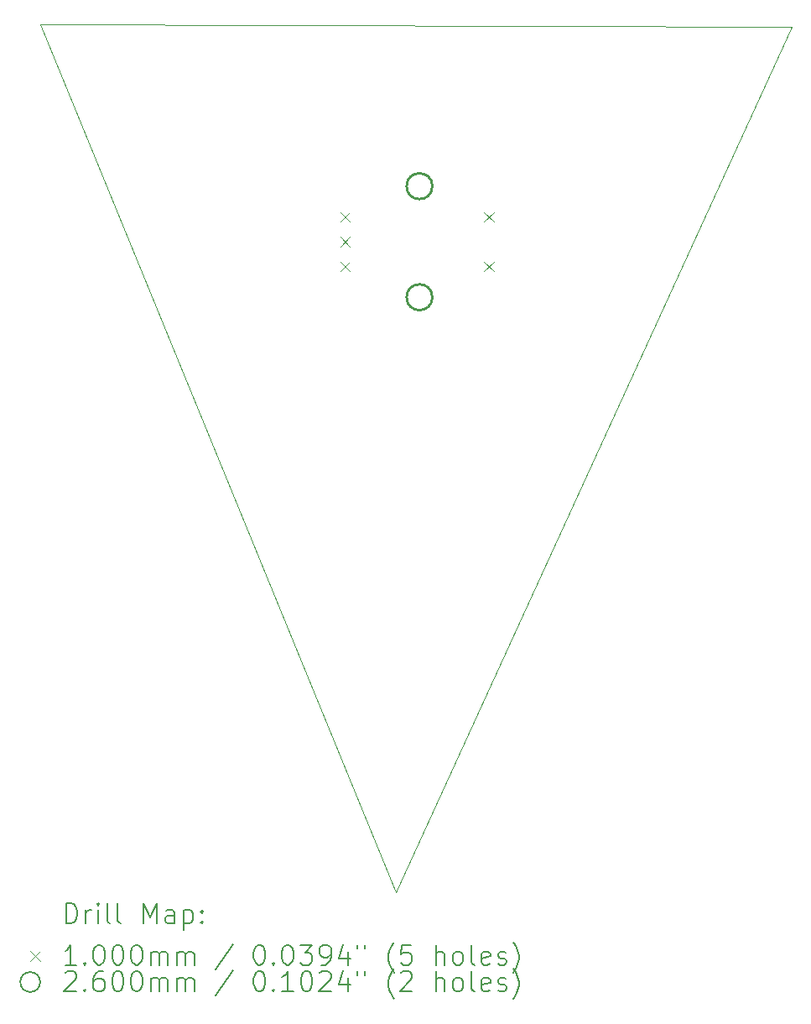
<source format=gbr>
%TF.GenerationSoftware,KiCad,Pcbnew,8.0.8*%
%TF.CreationDate,2025-01-22T11:30:51-06:00*%
%TF.ProjectId,B-Sides 2025,422d5369-6465-4732-9032-3032352e6b69,rev?*%
%TF.SameCoordinates,Original*%
%TF.FileFunction,Drillmap*%
%TF.FilePolarity,Positive*%
%FSLAX45Y45*%
G04 Gerber Fmt 4.5, Leading zero omitted, Abs format (unit mm)*
G04 Created by KiCad (PCBNEW 8.0.8) date 2025-01-22 11:30:51*
%MOMM*%
%LPD*%
G01*
G04 APERTURE LIST*
%ADD10C,0.050000*%
%ADD11C,0.200000*%
%ADD12C,0.100000*%
%ADD13C,0.260000*%
G04 APERTURE END LIST*
D10*
X19857000Y-5719000D02*
X15861000Y-14446000D01*
X12276000Y-5696000D01*
X19857000Y-5719000D01*
D11*
D12*
X15303000Y-7585000D02*
X15403000Y-7685000D01*
X15403000Y-7585000D02*
X15303000Y-7685000D01*
X15303000Y-7835000D02*
X15403000Y-7935000D01*
X15403000Y-7835000D02*
X15303000Y-7935000D01*
X15303000Y-8085000D02*
X15403000Y-8185000D01*
X15403000Y-8085000D02*
X15303000Y-8185000D01*
X16753000Y-7585000D02*
X16853000Y-7685000D01*
X16853000Y-7585000D02*
X16753000Y-7685000D01*
X16753000Y-8085000D02*
X16853000Y-8185000D01*
X16853000Y-8085000D02*
X16753000Y-8185000D01*
D13*
X16233000Y-7325000D02*
G75*
G02*
X15973000Y-7325000I-130000J0D01*
G01*
X15973000Y-7325000D02*
G75*
G02*
X16233000Y-7325000I130000J0D01*
G01*
X16233000Y-8445000D02*
G75*
G02*
X15973000Y-8445000I-130000J0D01*
G01*
X15973000Y-8445000D02*
G75*
G02*
X16233000Y-8445000I130000J0D01*
G01*
D11*
X12534277Y-14759984D02*
X12534277Y-14559984D01*
X12534277Y-14559984D02*
X12581896Y-14559984D01*
X12581896Y-14559984D02*
X12610467Y-14569508D01*
X12610467Y-14569508D02*
X12629515Y-14588555D01*
X12629515Y-14588555D02*
X12639039Y-14607603D01*
X12639039Y-14607603D02*
X12648562Y-14645698D01*
X12648562Y-14645698D02*
X12648562Y-14674269D01*
X12648562Y-14674269D02*
X12639039Y-14712365D01*
X12639039Y-14712365D02*
X12629515Y-14731412D01*
X12629515Y-14731412D02*
X12610467Y-14750460D01*
X12610467Y-14750460D02*
X12581896Y-14759984D01*
X12581896Y-14759984D02*
X12534277Y-14759984D01*
X12734277Y-14759984D02*
X12734277Y-14626650D01*
X12734277Y-14664746D02*
X12743801Y-14645698D01*
X12743801Y-14645698D02*
X12753324Y-14636174D01*
X12753324Y-14636174D02*
X12772372Y-14626650D01*
X12772372Y-14626650D02*
X12791420Y-14626650D01*
X12858086Y-14759984D02*
X12858086Y-14626650D01*
X12858086Y-14559984D02*
X12848562Y-14569508D01*
X12848562Y-14569508D02*
X12858086Y-14579031D01*
X12858086Y-14579031D02*
X12867610Y-14569508D01*
X12867610Y-14569508D02*
X12858086Y-14559984D01*
X12858086Y-14559984D02*
X12858086Y-14579031D01*
X12981896Y-14759984D02*
X12962848Y-14750460D01*
X12962848Y-14750460D02*
X12953324Y-14731412D01*
X12953324Y-14731412D02*
X12953324Y-14559984D01*
X13086658Y-14759984D02*
X13067610Y-14750460D01*
X13067610Y-14750460D02*
X13058086Y-14731412D01*
X13058086Y-14731412D02*
X13058086Y-14559984D01*
X13315229Y-14759984D02*
X13315229Y-14559984D01*
X13315229Y-14559984D02*
X13381896Y-14702841D01*
X13381896Y-14702841D02*
X13448562Y-14559984D01*
X13448562Y-14559984D02*
X13448562Y-14759984D01*
X13629515Y-14759984D02*
X13629515Y-14655222D01*
X13629515Y-14655222D02*
X13619991Y-14636174D01*
X13619991Y-14636174D02*
X13600943Y-14626650D01*
X13600943Y-14626650D02*
X13562848Y-14626650D01*
X13562848Y-14626650D02*
X13543801Y-14636174D01*
X13629515Y-14750460D02*
X13610467Y-14759984D01*
X13610467Y-14759984D02*
X13562848Y-14759984D01*
X13562848Y-14759984D02*
X13543801Y-14750460D01*
X13543801Y-14750460D02*
X13534277Y-14731412D01*
X13534277Y-14731412D02*
X13534277Y-14712365D01*
X13534277Y-14712365D02*
X13543801Y-14693317D01*
X13543801Y-14693317D02*
X13562848Y-14683793D01*
X13562848Y-14683793D02*
X13610467Y-14683793D01*
X13610467Y-14683793D02*
X13629515Y-14674269D01*
X13724753Y-14626650D02*
X13724753Y-14826650D01*
X13724753Y-14636174D02*
X13743801Y-14626650D01*
X13743801Y-14626650D02*
X13781896Y-14626650D01*
X13781896Y-14626650D02*
X13800943Y-14636174D01*
X13800943Y-14636174D02*
X13810467Y-14645698D01*
X13810467Y-14645698D02*
X13819991Y-14664746D01*
X13819991Y-14664746D02*
X13819991Y-14721888D01*
X13819991Y-14721888D02*
X13810467Y-14740936D01*
X13810467Y-14740936D02*
X13800943Y-14750460D01*
X13800943Y-14750460D02*
X13781896Y-14759984D01*
X13781896Y-14759984D02*
X13743801Y-14759984D01*
X13743801Y-14759984D02*
X13724753Y-14750460D01*
X13905705Y-14740936D02*
X13915229Y-14750460D01*
X13915229Y-14750460D02*
X13905705Y-14759984D01*
X13905705Y-14759984D02*
X13896182Y-14750460D01*
X13896182Y-14750460D02*
X13905705Y-14740936D01*
X13905705Y-14740936D02*
X13905705Y-14759984D01*
X13905705Y-14636174D02*
X13915229Y-14645698D01*
X13915229Y-14645698D02*
X13905705Y-14655222D01*
X13905705Y-14655222D02*
X13896182Y-14645698D01*
X13896182Y-14645698D02*
X13905705Y-14636174D01*
X13905705Y-14636174D02*
X13905705Y-14655222D01*
D12*
X12173500Y-15038500D02*
X12273500Y-15138500D01*
X12273500Y-15038500D02*
X12173500Y-15138500D01*
D11*
X12639039Y-15179984D02*
X12524753Y-15179984D01*
X12581896Y-15179984D02*
X12581896Y-14979984D01*
X12581896Y-14979984D02*
X12562848Y-15008555D01*
X12562848Y-15008555D02*
X12543801Y-15027603D01*
X12543801Y-15027603D02*
X12524753Y-15037127D01*
X12724753Y-15160936D02*
X12734277Y-15170460D01*
X12734277Y-15170460D02*
X12724753Y-15179984D01*
X12724753Y-15179984D02*
X12715229Y-15170460D01*
X12715229Y-15170460D02*
X12724753Y-15160936D01*
X12724753Y-15160936D02*
X12724753Y-15179984D01*
X12858086Y-14979984D02*
X12877134Y-14979984D01*
X12877134Y-14979984D02*
X12896182Y-14989508D01*
X12896182Y-14989508D02*
X12905705Y-14999031D01*
X12905705Y-14999031D02*
X12915229Y-15018079D01*
X12915229Y-15018079D02*
X12924753Y-15056174D01*
X12924753Y-15056174D02*
X12924753Y-15103793D01*
X12924753Y-15103793D02*
X12915229Y-15141888D01*
X12915229Y-15141888D02*
X12905705Y-15160936D01*
X12905705Y-15160936D02*
X12896182Y-15170460D01*
X12896182Y-15170460D02*
X12877134Y-15179984D01*
X12877134Y-15179984D02*
X12858086Y-15179984D01*
X12858086Y-15179984D02*
X12839039Y-15170460D01*
X12839039Y-15170460D02*
X12829515Y-15160936D01*
X12829515Y-15160936D02*
X12819991Y-15141888D01*
X12819991Y-15141888D02*
X12810467Y-15103793D01*
X12810467Y-15103793D02*
X12810467Y-15056174D01*
X12810467Y-15056174D02*
X12819991Y-15018079D01*
X12819991Y-15018079D02*
X12829515Y-14999031D01*
X12829515Y-14999031D02*
X12839039Y-14989508D01*
X12839039Y-14989508D02*
X12858086Y-14979984D01*
X13048562Y-14979984D02*
X13067610Y-14979984D01*
X13067610Y-14979984D02*
X13086658Y-14989508D01*
X13086658Y-14989508D02*
X13096182Y-14999031D01*
X13096182Y-14999031D02*
X13105705Y-15018079D01*
X13105705Y-15018079D02*
X13115229Y-15056174D01*
X13115229Y-15056174D02*
X13115229Y-15103793D01*
X13115229Y-15103793D02*
X13105705Y-15141888D01*
X13105705Y-15141888D02*
X13096182Y-15160936D01*
X13096182Y-15160936D02*
X13086658Y-15170460D01*
X13086658Y-15170460D02*
X13067610Y-15179984D01*
X13067610Y-15179984D02*
X13048562Y-15179984D01*
X13048562Y-15179984D02*
X13029515Y-15170460D01*
X13029515Y-15170460D02*
X13019991Y-15160936D01*
X13019991Y-15160936D02*
X13010467Y-15141888D01*
X13010467Y-15141888D02*
X13000943Y-15103793D01*
X13000943Y-15103793D02*
X13000943Y-15056174D01*
X13000943Y-15056174D02*
X13010467Y-15018079D01*
X13010467Y-15018079D02*
X13019991Y-14999031D01*
X13019991Y-14999031D02*
X13029515Y-14989508D01*
X13029515Y-14989508D02*
X13048562Y-14979984D01*
X13239039Y-14979984D02*
X13258086Y-14979984D01*
X13258086Y-14979984D02*
X13277134Y-14989508D01*
X13277134Y-14989508D02*
X13286658Y-14999031D01*
X13286658Y-14999031D02*
X13296182Y-15018079D01*
X13296182Y-15018079D02*
X13305705Y-15056174D01*
X13305705Y-15056174D02*
X13305705Y-15103793D01*
X13305705Y-15103793D02*
X13296182Y-15141888D01*
X13296182Y-15141888D02*
X13286658Y-15160936D01*
X13286658Y-15160936D02*
X13277134Y-15170460D01*
X13277134Y-15170460D02*
X13258086Y-15179984D01*
X13258086Y-15179984D02*
X13239039Y-15179984D01*
X13239039Y-15179984D02*
X13219991Y-15170460D01*
X13219991Y-15170460D02*
X13210467Y-15160936D01*
X13210467Y-15160936D02*
X13200943Y-15141888D01*
X13200943Y-15141888D02*
X13191420Y-15103793D01*
X13191420Y-15103793D02*
X13191420Y-15056174D01*
X13191420Y-15056174D02*
X13200943Y-15018079D01*
X13200943Y-15018079D02*
X13210467Y-14999031D01*
X13210467Y-14999031D02*
X13219991Y-14989508D01*
X13219991Y-14989508D02*
X13239039Y-14979984D01*
X13391420Y-15179984D02*
X13391420Y-15046650D01*
X13391420Y-15065698D02*
X13400943Y-15056174D01*
X13400943Y-15056174D02*
X13419991Y-15046650D01*
X13419991Y-15046650D02*
X13448563Y-15046650D01*
X13448563Y-15046650D02*
X13467610Y-15056174D01*
X13467610Y-15056174D02*
X13477134Y-15075222D01*
X13477134Y-15075222D02*
X13477134Y-15179984D01*
X13477134Y-15075222D02*
X13486658Y-15056174D01*
X13486658Y-15056174D02*
X13505705Y-15046650D01*
X13505705Y-15046650D02*
X13534277Y-15046650D01*
X13534277Y-15046650D02*
X13553324Y-15056174D01*
X13553324Y-15056174D02*
X13562848Y-15075222D01*
X13562848Y-15075222D02*
X13562848Y-15179984D01*
X13658086Y-15179984D02*
X13658086Y-15046650D01*
X13658086Y-15065698D02*
X13667610Y-15056174D01*
X13667610Y-15056174D02*
X13686658Y-15046650D01*
X13686658Y-15046650D02*
X13715229Y-15046650D01*
X13715229Y-15046650D02*
X13734277Y-15056174D01*
X13734277Y-15056174D02*
X13743801Y-15075222D01*
X13743801Y-15075222D02*
X13743801Y-15179984D01*
X13743801Y-15075222D02*
X13753324Y-15056174D01*
X13753324Y-15056174D02*
X13772372Y-15046650D01*
X13772372Y-15046650D02*
X13800943Y-15046650D01*
X13800943Y-15046650D02*
X13819991Y-15056174D01*
X13819991Y-15056174D02*
X13829515Y-15075222D01*
X13829515Y-15075222D02*
X13829515Y-15179984D01*
X14219991Y-14970460D02*
X14048563Y-15227603D01*
X14477134Y-14979984D02*
X14496182Y-14979984D01*
X14496182Y-14979984D02*
X14515229Y-14989508D01*
X14515229Y-14989508D02*
X14524753Y-14999031D01*
X14524753Y-14999031D02*
X14534277Y-15018079D01*
X14534277Y-15018079D02*
X14543801Y-15056174D01*
X14543801Y-15056174D02*
X14543801Y-15103793D01*
X14543801Y-15103793D02*
X14534277Y-15141888D01*
X14534277Y-15141888D02*
X14524753Y-15160936D01*
X14524753Y-15160936D02*
X14515229Y-15170460D01*
X14515229Y-15170460D02*
X14496182Y-15179984D01*
X14496182Y-15179984D02*
X14477134Y-15179984D01*
X14477134Y-15179984D02*
X14458086Y-15170460D01*
X14458086Y-15170460D02*
X14448563Y-15160936D01*
X14448563Y-15160936D02*
X14439039Y-15141888D01*
X14439039Y-15141888D02*
X14429515Y-15103793D01*
X14429515Y-15103793D02*
X14429515Y-15056174D01*
X14429515Y-15056174D02*
X14439039Y-15018079D01*
X14439039Y-15018079D02*
X14448563Y-14999031D01*
X14448563Y-14999031D02*
X14458086Y-14989508D01*
X14458086Y-14989508D02*
X14477134Y-14979984D01*
X14629515Y-15160936D02*
X14639039Y-15170460D01*
X14639039Y-15170460D02*
X14629515Y-15179984D01*
X14629515Y-15179984D02*
X14619991Y-15170460D01*
X14619991Y-15170460D02*
X14629515Y-15160936D01*
X14629515Y-15160936D02*
X14629515Y-15179984D01*
X14762848Y-14979984D02*
X14781896Y-14979984D01*
X14781896Y-14979984D02*
X14800944Y-14989508D01*
X14800944Y-14989508D02*
X14810467Y-14999031D01*
X14810467Y-14999031D02*
X14819991Y-15018079D01*
X14819991Y-15018079D02*
X14829515Y-15056174D01*
X14829515Y-15056174D02*
X14829515Y-15103793D01*
X14829515Y-15103793D02*
X14819991Y-15141888D01*
X14819991Y-15141888D02*
X14810467Y-15160936D01*
X14810467Y-15160936D02*
X14800944Y-15170460D01*
X14800944Y-15170460D02*
X14781896Y-15179984D01*
X14781896Y-15179984D02*
X14762848Y-15179984D01*
X14762848Y-15179984D02*
X14743801Y-15170460D01*
X14743801Y-15170460D02*
X14734277Y-15160936D01*
X14734277Y-15160936D02*
X14724753Y-15141888D01*
X14724753Y-15141888D02*
X14715229Y-15103793D01*
X14715229Y-15103793D02*
X14715229Y-15056174D01*
X14715229Y-15056174D02*
X14724753Y-15018079D01*
X14724753Y-15018079D02*
X14734277Y-14999031D01*
X14734277Y-14999031D02*
X14743801Y-14989508D01*
X14743801Y-14989508D02*
X14762848Y-14979984D01*
X14896182Y-14979984D02*
X15019991Y-14979984D01*
X15019991Y-14979984D02*
X14953325Y-15056174D01*
X14953325Y-15056174D02*
X14981896Y-15056174D01*
X14981896Y-15056174D02*
X15000944Y-15065698D01*
X15000944Y-15065698D02*
X15010467Y-15075222D01*
X15010467Y-15075222D02*
X15019991Y-15094269D01*
X15019991Y-15094269D02*
X15019991Y-15141888D01*
X15019991Y-15141888D02*
X15010467Y-15160936D01*
X15010467Y-15160936D02*
X15000944Y-15170460D01*
X15000944Y-15170460D02*
X14981896Y-15179984D01*
X14981896Y-15179984D02*
X14924753Y-15179984D01*
X14924753Y-15179984D02*
X14905706Y-15170460D01*
X14905706Y-15170460D02*
X14896182Y-15160936D01*
X15115229Y-15179984D02*
X15153325Y-15179984D01*
X15153325Y-15179984D02*
X15172372Y-15170460D01*
X15172372Y-15170460D02*
X15181896Y-15160936D01*
X15181896Y-15160936D02*
X15200944Y-15132365D01*
X15200944Y-15132365D02*
X15210467Y-15094269D01*
X15210467Y-15094269D02*
X15210467Y-15018079D01*
X15210467Y-15018079D02*
X15200944Y-14999031D01*
X15200944Y-14999031D02*
X15191420Y-14989508D01*
X15191420Y-14989508D02*
X15172372Y-14979984D01*
X15172372Y-14979984D02*
X15134277Y-14979984D01*
X15134277Y-14979984D02*
X15115229Y-14989508D01*
X15115229Y-14989508D02*
X15105706Y-14999031D01*
X15105706Y-14999031D02*
X15096182Y-15018079D01*
X15096182Y-15018079D02*
X15096182Y-15065698D01*
X15096182Y-15065698D02*
X15105706Y-15084746D01*
X15105706Y-15084746D02*
X15115229Y-15094269D01*
X15115229Y-15094269D02*
X15134277Y-15103793D01*
X15134277Y-15103793D02*
X15172372Y-15103793D01*
X15172372Y-15103793D02*
X15191420Y-15094269D01*
X15191420Y-15094269D02*
X15200944Y-15084746D01*
X15200944Y-15084746D02*
X15210467Y-15065698D01*
X15381896Y-15046650D02*
X15381896Y-15179984D01*
X15334277Y-14970460D02*
X15286658Y-15113317D01*
X15286658Y-15113317D02*
X15410467Y-15113317D01*
X15477134Y-14979984D02*
X15477134Y-15018079D01*
X15553325Y-14979984D02*
X15553325Y-15018079D01*
X15848563Y-15256174D02*
X15839039Y-15246650D01*
X15839039Y-15246650D02*
X15819991Y-15218079D01*
X15819991Y-15218079D02*
X15810468Y-15199031D01*
X15810468Y-15199031D02*
X15800944Y-15170460D01*
X15800944Y-15170460D02*
X15791420Y-15122841D01*
X15791420Y-15122841D02*
X15791420Y-15084746D01*
X15791420Y-15084746D02*
X15800944Y-15037127D01*
X15800944Y-15037127D02*
X15810468Y-15008555D01*
X15810468Y-15008555D02*
X15819991Y-14989508D01*
X15819991Y-14989508D02*
X15839039Y-14960936D01*
X15839039Y-14960936D02*
X15848563Y-14951412D01*
X16019991Y-14979984D02*
X15924753Y-14979984D01*
X15924753Y-14979984D02*
X15915229Y-15075222D01*
X15915229Y-15075222D02*
X15924753Y-15065698D01*
X15924753Y-15065698D02*
X15943801Y-15056174D01*
X15943801Y-15056174D02*
X15991420Y-15056174D01*
X15991420Y-15056174D02*
X16010468Y-15065698D01*
X16010468Y-15065698D02*
X16019991Y-15075222D01*
X16019991Y-15075222D02*
X16029515Y-15094269D01*
X16029515Y-15094269D02*
X16029515Y-15141888D01*
X16029515Y-15141888D02*
X16019991Y-15160936D01*
X16019991Y-15160936D02*
X16010468Y-15170460D01*
X16010468Y-15170460D02*
X15991420Y-15179984D01*
X15991420Y-15179984D02*
X15943801Y-15179984D01*
X15943801Y-15179984D02*
X15924753Y-15170460D01*
X15924753Y-15170460D02*
X15915229Y-15160936D01*
X16267610Y-15179984D02*
X16267610Y-14979984D01*
X16353325Y-15179984D02*
X16353325Y-15075222D01*
X16353325Y-15075222D02*
X16343801Y-15056174D01*
X16343801Y-15056174D02*
X16324753Y-15046650D01*
X16324753Y-15046650D02*
X16296182Y-15046650D01*
X16296182Y-15046650D02*
X16277134Y-15056174D01*
X16277134Y-15056174D02*
X16267610Y-15065698D01*
X16477134Y-15179984D02*
X16458087Y-15170460D01*
X16458087Y-15170460D02*
X16448563Y-15160936D01*
X16448563Y-15160936D02*
X16439039Y-15141888D01*
X16439039Y-15141888D02*
X16439039Y-15084746D01*
X16439039Y-15084746D02*
X16448563Y-15065698D01*
X16448563Y-15065698D02*
X16458087Y-15056174D01*
X16458087Y-15056174D02*
X16477134Y-15046650D01*
X16477134Y-15046650D02*
X16505706Y-15046650D01*
X16505706Y-15046650D02*
X16524753Y-15056174D01*
X16524753Y-15056174D02*
X16534277Y-15065698D01*
X16534277Y-15065698D02*
X16543801Y-15084746D01*
X16543801Y-15084746D02*
X16543801Y-15141888D01*
X16543801Y-15141888D02*
X16534277Y-15160936D01*
X16534277Y-15160936D02*
X16524753Y-15170460D01*
X16524753Y-15170460D02*
X16505706Y-15179984D01*
X16505706Y-15179984D02*
X16477134Y-15179984D01*
X16658087Y-15179984D02*
X16639039Y-15170460D01*
X16639039Y-15170460D02*
X16629515Y-15151412D01*
X16629515Y-15151412D02*
X16629515Y-14979984D01*
X16810468Y-15170460D02*
X16791420Y-15179984D01*
X16791420Y-15179984D02*
X16753325Y-15179984D01*
X16753325Y-15179984D02*
X16734277Y-15170460D01*
X16734277Y-15170460D02*
X16724753Y-15151412D01*
X16724753Y-15151412D02*
X16724753Y-15075222D01*
X16724753Y-15075222D02*
X16734277Y-15056174D01*
X16734277Y-15056174D02*
X16753325Y-15046650D01*
X16753325Y-15046650D02*
X16791420Y-15046650D01*
X16791420Y-15046650D02*
X16810468Y-15056174D01*
X16810468Y-15056174D02*
X16819992Y-15075222D01*
X16819992Y-15075222D02*
X16819992Y-15094269D01*
X16819992Y-15094269D02*
X16724753Y-15113317D01*
X16896182Y-15170460D02*
X16915230Y-15179984D01*
X16915230Y-15179984D02*
X16953325Y-15179984D01*
X16953325Y-15179984D02*
X16972373Y-15170460D01*
X16972373Y-15170460D02*
X16981896Y-15151412D01*
X16981896Y-15151412D02*
X16981896Y-15141888D01*
X16981896Y-15141888D02*
X16972373Y-15122841D01*
X16972373Y-15122841D02*
X16953325Y-15113317D01*
X16953325Y-15113317D02*
X16924753Y-15113317D01*
X16924753Y-15113317D02*
X16905706Y-15103793D01*
X16905706Y-15103793D02*
X16896182Y-15084746D01*
X16896182Y-15084746D02*
X16896182Y-15075222D01*
X16896182Y-15075222D02*
X16905706Y-15056174D01*
X16905706Y-15056174D02*
X16924753Y-15046650D01*
X16924753Y-15046650D02*
X16953325Y-15046650D01*
X16953325Y-15046650D02*
X16972373Y-15056174D01*
X17048563Y-15256174D02*
X17058087Y-15246650D01*
X17058087Y-15246650D02*
X17077134Y-15218079D01*
X17077134Y-15218079D02*
X17086658Y-15199031D01*
X17086658Y-15199031D02*
X17096182Y-15170460D01*
X17096182Y-15170460D02*
X17105706Y-15122841D01*
X17105706Y-15122841D02*
X17105706Y-15084746D01*
X17105706Y-15084746D02*
X17096182Y-15037127D01*
X17096182Y-15037127D02*
X17086658Y-15008555D01*
X17086658Y-15008555D02*
X17077134Y-14989508D01*
X17077134Y-14989508D02*
X17058087Y-14960936D01*
X17058087Y-14960936D02*
X17048563Y-14951412D01*
X12273500Y-15352500D02*
G75*
G02*
X12073500Y-15352500I-100000J0D01*
G01*
X12073500Y-15352500D02*
G75*
G02*
X12273500Y-15352500I100000J0D01*
G01*
X12524753Y-15263031D02*
X12534277Y-15253508D01*
X12534277Y-15253508D02*
X12553324Y-15243984D01*
X12553324Y-15243984D02*
X12600943Y-15243984D01*
X12600943Y-15243984D02*
X12619991Y-15253508D01*
X12619991Y-15253508D02*
X12629515Y-15263031D01*
X12629515Y-15263031D02*
X12639039Y-15282079D01*
X12639039Y-15282079D02*
X12639039Y-15301127D01*
X12639039Y-15301127D02*
X12629515Y-15329698D01*
X12629515Y-15329698D02*
X12515229Y-15443984D01*
X12515229Y-15443984D02*
X12639039Y-15443984D01*
X12724753Y-15424936D02*
X12734277Y-15434460D01*
X12734277Y-15434460D02*
X12724753Y-15443984D01*
X12724753Y-15443984D02*
X12715229Y-15434460D01*
X12715229Y-15434460D02*
X12724753Y-15424936D01*
X12724753Y-15424936D02*
X12724753Y-15443984D01*
X12905705Y-15243984D02*
X12867610Y-15243984D01*
X12867610Y-15243984D02*
X12848562Y-15253508D01*
X12848562Y-15253508D02*
X12839039Y-15263031D01*
X12839039Y-15263031D02*
X12819991Y-15291603D01*
X12819991Y-15291603D02*
X12810467Y-15329698D01*
X12810467Y-15329698D02*
X12810467Y-15405888D01*
X12810467Y-15405888D02*
X12819991Y-15424936D01*
X12819991Y-15424936D02*
X12829515Y-15434460D01*
X12829515Y-15434460D02*
X12848562Y-15443984D01*
X12848562Y-15443984D02*
X12886658Y-15443984D01*
X12886658Y-15443984D02*
X12905705Y-15434460D01*
X12905705Y-15434460D02*
X12915229Y-15424936D01*
X12915229Y-15424936D02*
X12924753Y-15405888D01*
X12924753Y-15405888D02*
X12924753Y-15358269D01*
X12924753Y-15358269D02*
X12915229Y-15339222D01*
X12915229Y-15339222D02*
X12905705Y-15329698D01*
X12905705Y-15329698D02*
X12886658Y-15320174D01*
X12886658Y-15320174D02*
X12848562Y-15320174D01*
X12848562Y-15320174D02*
X12829515Y-15329698D01*
X12829515Y-15329698D02*
X12819991Y-15339222D01*
X12819991Y-15339222D02*
X12810467Y-15358269D01*
X13048562Y-15243984D02*
X13067610Y-15243984D01*
X13067610Y-15243984D02*
X13086658Y-15253508D01*
X13086658Y-15253508D02*
X13096182Y-15263031D01*
X13096182Y-15263031D02*
X13105705Y-15282079D01*
X13105705Y-15282079D02*
X13115229Y-15320174D01*
X13115229Y-15320174D02*
X13115229Y-15367793D01*
X13115229Y-15367793D02*
X13105705Y-15405888D01*
X13105705Y-15405888D02*
X13096182Y-15424936D01*
X13096182Y-15424936D02*
X13086658Y-15434460D01*
X13086658Y-15434460D02*
X13067610Y-15443984D01*
X13067610Y-15443984D02*
X13048562Y-15443984D01*
X13048562Y-15443984D02*
X13029515Y-15434460D01*
X13029515Y-15434460D02*
X13019991Y-15424936D01*
X13019991Y-15424936D02*
X13010467Y-15405888D01*
X13010467Y-15405888D02*
X13000943Y-15367793D01*
X13000943Y-15367793D02*
X13000943Y-15320174D01*
X13000943Y-15320174D02*
X13010467Y-15282079D01*
X13010467Y-15282079D02*
X13019991Y-15263031D01*
X13019991Y-15263031D02*
X13029515Y-15253508D01*
X13029515Y-15253508D02*
X13048562Y-15243984D01*
X13239039Y-15243984D02*
X13258086Y-15243984D01*
X13258086Y-15243984D02*
X13277134Y-15253508D01*
X13277134Y-15253508D02*
X13286658Y-15263031D01*
X13286658Y-15263031D02*
X13296182Y-15282079D01*
X13296182Y-15282079D02*
X13305705Y-15320174D01*
X13305705Y-15320174D02*
X13305705Y-15367793D01*
X13305705Y-15367793D02*
X13296182Y-15405888D01*
X13296182Y-15405888D02*
X13286658Y-15424936D01*
X13286658Y-15424936D02*
X13277134Y-15434460D01*
X13277134Y-15434460D02*
X13258086Y-15443984D01*
X13258086Y-15443984D02*
X13239039Y-15443984D01*
X13239039Y-15443984D02*
X13219991Y-15434460D01*
X13219991Y-15434460D02*
X13210467Y-15424936D01*
X13210467Y-15424936D02*
X13200943Y-15405888D01*
X13200943Y-15405888D02*
X13191420Y-15367793D01*
X13191420Y-15367793D02*
X13191420Y-15320174D01*
X13191420Y-15320174D02*
X13200943Y-15282079D01*
X13200943Y-15282079D02*
X13210467Y-15263031D01*
X13210467Y-15263031D02*
X13219991Y-15253508D01*
X13219991Y-15253508D02*
X13239039Y-15243984D01*
X13391420Y-15443984D02*
X13391420Y-15310650D01*
X13391420Y-15329698D02*
X13400943Y-15320174D01*
X13400943Y-15320174D02*
X13419991Y-15310650D01*
X13419991Y-15310650D02*
X13448563Y-15310650D01*
X13448563Y-15310650D02*
X13467610Y-15320174D01*
X13467610Y-15320174D02*
X13477134Y-15339222D01*
X13477134Y-15339222D02*
X13477134Y-15443984D01*
X13477134Y-15339222D02*
X13486658Y-15320174D01*
X13486658Y-15320174D02*
X13505705Y-15310650D01*
X13505705Y-15310650D02*
X13534277Y-15310650D01*
X13534277Y-15310650D02*
X13553324Y-15320174D01*
X13553324Y-15320174D02*
X13562848Y-15339222D01*
X13562848Y-15339222D02*
X13562848Y-15443984D01*
X13658086Y-15443984D02*
X13658086Y-15310650D01*
X13658086Y-15329698D02*
X13667610Y-15320174D01*
X13667610Y-15320174D02*
X13686658Y-15310650D01*
X13686658Y-15310650D02*
X13715229Y-15310650D01*
X13715229Y-15310650D02*
X13734277Y-15320174D01*
X13734277Y-15320174D02*
X13743801Y-15339222D01*
X13743801Y-15339222D02*
X13743801Y-15443984D01*
X13743801Y-15339222D02*
X13753324Y-15320174D01*
X13753324Y-15320174D02*
X13772372Y-15310650D01*
X13772372Y-15310650D02*
X13800943Y-15310650D01*
X13800943Y-15310650D02*
X13819991Y-15320174D01*
X13819991Y-15320174D02*
X13829515Y-15339222D01*
X13829515Y-15339222D02*
X13829515Y-15443984D01*
X14219991Y-15234460D02*
X14048563Y-15491603D01*
X14477134Y-15243984D02*
X14496182Y-15243984D01*
X14496182Y-15243984D02*
X14515229Y-15253508D01*
X14515229Y-15253508D02*
X14524753Y-15263031D01*
X14524753Y-15263031D02*
X14534277Y-15282079D01*
X14534277Y-15282079D02*
X14543801Y-15320174D01*
X14543801Y-15320174D02*
X14543801Y-15367793D01*
X14543801Y-15367793D02*
X14534277Y-15405888D01*
X14534277Y-15405888D02*
X14524753Y-15424936D01*
X14524753Y-15424936D02*
X14515229Y-15434460D01*
X14515229Y-15434460D02*
X14496182Y-15443984D01*
X14496182Y-15443984D02*
X14477134Y-15443984D01*
X14477134Y-15443984D02*
X14458086Y-15434460D01*
X14458086Y-15434460D02*
X14448563Y-15424936D01*
X14448563Y-15424936D02*
X14439039Y-15405888D01*
X14439039Y-15405888D02*
X14429515Y-15367793D01*
X14429515Y-15367793D02*
X14429515Y-15320174D01*
X14429515Y-15320174D02*
X14439039Y-15282079D01*
X14439039Y-15282079D02*
X14448563Y-15263031D01*
X14448563Y-15263031D02*
X14458086Y-15253508D01*
X14458086Y-15253508D02*
X14477134Y-15243984D01*
X14629515Y-15424936D02*
X14639039Y-15434460D01*
X14639039Y-15434460D02*
X14629515Y-15443984D01*
X14629515Y-15443984D02*
X14619991Y-15434460D01*
X14619991Y-15434460D02*
X14629515Y-15424936D01*
X14629515Y-15424936D02*
X14629515Y-15443984D01*
X14829515Y-15443984D02*
X14715229Y-15443984D01*
X14772372Y-15443984D02*
X14772372Y-15243984D01*
X14772372Y-15243984D02*
X14753325Y-15272555D01*
X14753325Y-15272555D02*
X14734277Y-15291603D01*
X14734277Y-15291603D02*
X14715229Y-15301127D01*
X14953325Y-15243984D02*
X14972372Y-15243984D01*
X14972372Y-15243984D02*
X14991420Y-15253508D01*
X14991420Y-15253508D02*
X15000944Y-15263031D01*
X15000944Y-15263031D02*
X15010467Y-15282079D01*
X15010467Y-15282079D02*
X15019991Y-15320174D01*
X15019991Y-15320174D02*
X15019991Y-15367793D01*
X15019991Y-15367793D02*
X15010467Y-15405888D01*
X15010467Y-15405888D02*
X15000944Y-15424936D01*
X15000944Y-15424936D02*
X14991420Y-15434460D01*
X14991420Y-15434460D02*
X14972372Y-15443984D01*
X14972372Y-15443984D02*
X14953325Y-15443984D01*
X14953325Y-15443984D02*
X14934277Y-15434460D01*
X14934277Y-15434460D02*
X14924753Y-15424936D01*
X14924753Y-15424936D02*
X14915229Y-15405888D01*
X14915229Y-15405888D02*
X14905706Y-15367793D01*
X14905706Y-15367793D02*
X14905706Y-15320174D01*
X14905706Y-15320174D02*
X14915229Y-15282079D01*
X14915229Y-15282079D02*
X14924753Y-15263031D01*
X14924753Y-15263031D02*
X14934277Y-15253508D01*
X14934277Y-15253508D02*
X14953325Y-15243984D01*
X15096182Y-15263031D02*
X15105706Y-15253508D01*
X15105706Y-15253508D02*
X15124753Y-15243984D01*
X15124753Y-15243984D02*
X15172372Y-15243984D01*
X15172372Y-15243984D02*
X15191420Y-15253508D01*
X15191420Y-15253508D02*
X15200944Y-15263031D01*
X15200944Y-15263031D02*
X15210467Y-15282079D01*
X15210467Y-15282079D02*
X15210467Y-15301127D01*
X15210467Y-15301127D02*
X15200944Y-15329698D01*
X15200944Y-15329698D02*
X15086658Y-15443984D01*
X15086658Y-15443984D02*
X15210467Y-15443984D01*
X15381896Y-15310650D02*
X15381896Y-15443984D01*
X15334277Y-15234460D02*
X15286658Y-15377317D01*
X15286658Y-15377317D02*
X15410467Y-15377317D01*
X15477134Y-15243984D02*
X15477134Y-15282079D01*
X15553325Y-15243984D02*
X15553325Y-15282079D01*
X15848563Y-15520174D02*
X15839039Y-15510650D01*
X15839039Y-15510650D02*
X15819991Y-15482079D01*
X15819991Y-15482079D02*
X15810468Y-15463031D01*
X15810468Y-15463031D02*
X15800944Y-15434460D01*
X15800944Y-15434460D02*
X15791420Y-15386841D01*
X15791420Y-15386841D02*
X15791420Y-15348746D01*
X15791420Y-15348746D02*
X15800944Y-15301127D01*
X15800944Y-15301127D02*
X15810468Y-15272555D01*
X15810468Y-15272555D02*
X15819991Y-15253508D01*
X15819991Y-15253508D02*
X15839039Y-15224936D01*
X15839039Y-15224936D02*
X15848563Y-15215412D01*
X15915229Y-15263031D02*
X15924753Y-15253508D01*
X15924753Y-15253508D02*
X15943801Y-15243984D01*
X15943801Y-15243984D02*
X15991420Y-15243984D01*
X15991420Y-15243984D02*
X16010468Y-15253508D01*
X16010468Y-15253508D02*
X16019991Y-15263031D01*
X16019991Y-15263031D02*
X16029515Y-15282079D01*
X16029515Y-15282079D02*
X16029515Y-15301127D01*
X16029515Y-15301127D02*
X16019991Y-15329698D01*
X16019991Y-15329698D02*
X15905706Y-15443984D01*
X15905706Y-15443984D02*
X16029515Y-15443984D01*
X16267610Y-15443984D02*
X16267610Y-15243984D01*
X16353325Y-15443984D02*
X16353325Y-15339222D01*
X16353325Y-15339222D02*
X16343801Y-15320174D01*
X16343801Y-15320174D02*
X16324753Y-15310650D01*
X16324753Y-15310650D02*
X16296182Y-15310650D01*
X16296182Y-15310650D02*
X16277134Y-15320174D01*
X16277134Y-15320174D02*
X16267610Y-15329698D01*
X16477134Y-15443984D02*
X16458087Y-15434460D01*
X16458087Y-15434460D02*
X16448563Y-15424936D01*
X16448563Y-15424936D02*
X16439039Y-15405888D01*
X16439039Y-15405888D02*
X16439039Y-15348746D01*
X16439039Y-15348746D02*
X16448563Y-15329698D01*
X16448563Y-15329698D02*
X16458087Y-15320174D01*
X16458087Y-15320174D02*
X16477134Y-15310650D01*
X16477134Y-15310650D02*
X16505706Y-15310650D01*
X16505706Y-15310650D02*
X16524753Y-15320174D01*
X16524753Y-15320174D02*
X16534277Y-15329698D01*
X16534277Y-15329698D02*
X16543801Y-15348746D01*
X16543801Y-15348746D02*
X16543801Y-15405888D01*
X16543801Y-15405888D02*
X16534277Y-15424936D01*
X16534277Y-15424936D02*
X16524753Y-15434460D01*
X16524753Y-15434460D02*
X16505706Y-15443984D01*
X16505706Y-15443984D02*
X16477134Y-15443984D01*
X16658087Y-15443984D02*
X16639039Y-15434460D01*
X16639039Y-15434460D02*
X16629515Y-15415412D01*
X16629515Y-15415412D02*
X16629515Y-15243984D01*
X16810468Y-15434460D02*
X16791420Y-15443984D01*
X16791420Y-15443984D02*
X16753325Y-15443984D01*
X16753325Y-15443984D02*
X16734277Y-15434460D01*
X16734277Y-15434460D02*
X16724753Y-15415412D01*
X16724753Y-15415412D02*
X16724753Y-15339222D01*
X16724753Y-15339222D02*
X16734277Y-15320174D01*
X16734277Y-15320174D02*
X16753325Y-15310650D01*
X16753325Y-15310650D02*
X16791420Y-15310650D01*
X16791420Y-15310650D02*
X16810468Y-15320174D01*
X16810468Y-15320174D02*
X16819992Y-15339222D01*
X16819992Y-15339222D02*
X16819992Y-15358269D01*
X16819992Y-15358269D02*
X16724753Y-15377317D01*
X16896182Y-15434460D02*
X16915230Y-15443984D01*
X16915230Y-15443984D02*
X16953325Y-15443984D01*
X16953325Y-15443984D02*
X16972373Y-15434460D01*
X16972373Y-15434460D02*
X16981896Y-15415412D01*
X16981896Y-15415412D02*
X16981896Y-15405888D01*
X16981896Y-15405888D02*
X16972373Y-15386841D01*
X16972373Y-15386841D02*
X16953325Y-15377317D01*
X16953325Y-15377317D02*
X16924753Y-15377317D01*
X16924753Y-15377317D02*
X16905706Y-15367793D01*
X16905706Y-15367793D02*
X16896182Y-15348746D01*
X16896182Y-15348746D02*
X16896182Y-15339222D01*
X16896182Y-15339222D02*
X16905706Y-15320174D01*
X16905706Y-15320174D02*
X16924753Y-15310650D01*
X16924753Y-15310650D02*
X16953325Y-15310650D01*
X16953325Y-15310650D02*
X16972373Y-15320174D01*
X17048563Y-15520174D02*
X17058087Y-15510650D01*
X17058087Y-15510650D02*
X17077134Y-15482079D01*
X17077134Y-15482079D02*
X17086658Y-15463031D01*
X17086658Y-15463031D02*
X17096182Y-15434460D01*
X17096182Y-15434460D02*
X17105706Y-15386841D01*
X17105706Y-15386841D02*
X17105706Y-15348746D01*
X17105706Y-15348746D02*
X17096182Y-15301127D01*
X17096182Y-15301127D02*
X17086658Y-15272555D01*
X17086658Y-15272555D02*
X17077134Y-15253508D01*
X17077134Y-15253508D02*
X17058087Y-15224936D01*
X17058087Y-15224936D02*
X17048563Y-15215412D01*
M02*

</source>
